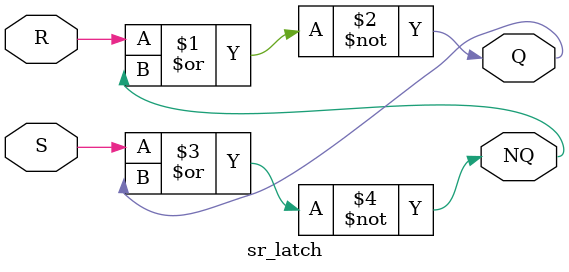
<source format=v>
`timescale 1 ns / 1 ps

module sr_latch ( S ,R ,Q ,NQ );

input S,R;
output Q,NQ;

  nor (Q,R,NQ);
  nor (NQ,S,Q);
  

endmodule

</source>
